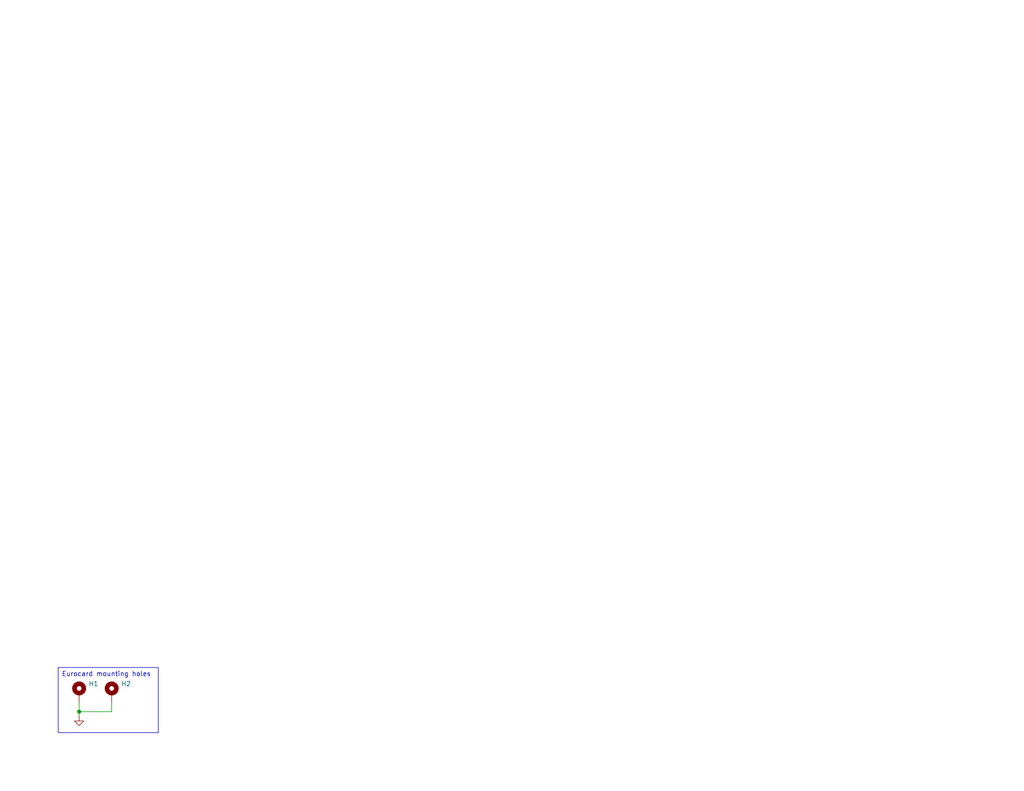
<source format=kicad_sch>
(kicad_sch (version 20231120) (generator "eeschema") (generator_version "8.0")
  (paper "A")
  (lib_symbols
    (symbol "Mechanical:MountingHole_Pad" (pin_numbers hide) (pin_names (offset 1.016) hide) (exclude_from_sim yes) (in_bom no)
      (property "Reference" "H" (at 0 6.35 0))
      (property "Value" "MountingHole_Pad" (at 0 4.445 0))
      (symbol "MountingHole_Pad_0_1"
        (circle (center 0 1.27) (radius 1.27) (stroke (width 1.27)))
      )
      (symbol "MountingHole_Pad_1_1"
        (pin input line (at 0 -2.54 90) (length 2.54) (name "1") (number "1"))
      )
    )
    (symbol "power:GND" (power) (pin_numbers hide) (pin_names (offset 0) hide)
      (property "Value" "GND" (at 0 -3.81 0))
      (symbol "GND_0_1"
        (polyline (pts (xy 0 0) (xy 0 -1.27) (xy 1.27 -1.27) (xy 0 -2.54) (xy -1.27 -1.27) (xy 0 -1.27)))
      )
      (symbol "GND_1_1"
        (pin power_in line (at 0 0 270) (length 0) (name "~") (number "1"))
      )
    )
  )
  (junction (at 21.59 194.31))
  (wire (pts (xy 21.59 194.31) (xy 21.59 195.58)))
  (wire (pts (xy 30.48 191.77) (xy 30.48 194.31)))
  (wire (pts (xy 21.59 191.77) (xy 21.59 194.31)))
  (wire (pts (xy 30.48 194.31) (xy 21.59 194.31)))
  (text_box "Eurocard mounting holes" (at 15.875 182.245 0) (size 27.305 17.78) (effects (font (size 1.27 1.27)) (justify left top)))
  (symbol (lib_id "Mechanical:MountingHole_Pad") (at 30.48 189.23 0) (unit 1) (exclude_from_sim yes) (in_bom no)
    (property "Reference" "H2" (at 33.02 186.6899 0) (effects (justify left)))
    (property "Value" "MountingHole_Pad" (effects (hide yes)))
    (property "Footprint" "MountingHole:MountingHole_2.7mm_M2.5_Pad_Via" (effects (hide yes)))
    (property "Description" "Mounting Hole with connection" (effects (hide yes)))
  )
  (symbol (lib_id "Mechanical:MountingHole_Pad") (at 21.59 189.23 0) (unit 1) (exclude_from_sim yes) (in_bom no)
    (property "Reference" "H1" (at 24.13 186.6899 0) (effects (justify left)))
    (property "Value" "MountingHole_Pad" (effects (hide yes)))
    (property "Footprint" "MountingHole:MountingHole_2.7mm_M2.5_Pad_Via" (effects (hide yes)))
    (property "Description" "Mounting Hole with connection" (effects (hide yes)))
  )
  (symbol (lib_id "power:GND") (at 21.59 195.58 0) (unit 1)
    (property "Reference" "#PWR01" (effects (hide yes)))
    (property "Value" "GND" (effects (hide yes)))
    (property "Description" "Power symbol creates a global label with name \"GND\" , ground" (effects (hide yes)))
  )
)
</source>
